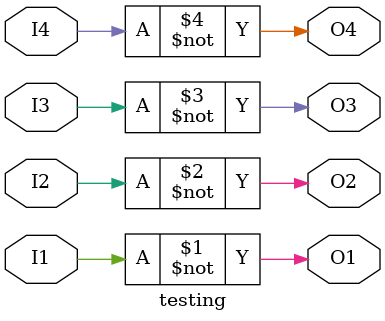
<source format=v>
`timescale 1ns / 1ps

module testing(I1,I2,I3,I4,O1,O2,O3,O4);
input I1;
input I2;
input I3;
input I4;
output O1;
output O2;
output O3;
output O4;

assign O1 = ~I1;
assign O2 = ~I2;
assign O3 = ~I3;
assign O4 = ~I4;

endmodule

</source>
